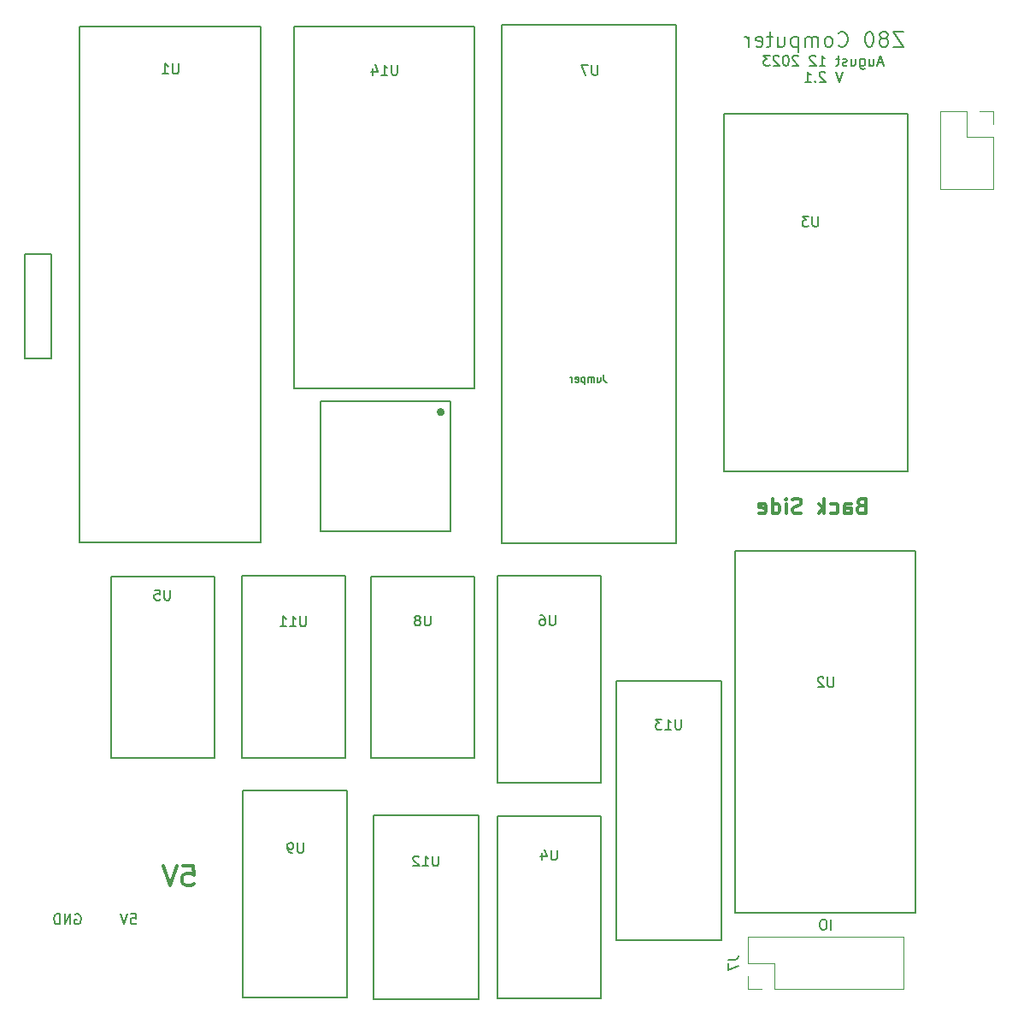
<source format=gbo>
G04 #@! TF.GenerationSoftware,KiCad,Pcbnew,7.0.5*
G04 #@! TF.CreationDate,2023-12-17T10:26:09+13:00*
G04 #@! TF.ProjectId,main_board,6d61696e-5f62-46f6-9172-642e6b696361,2*
G04 #@! TF.SameCoordinates,Original*
G04 #@! TF.FileFunction,Legend,Bot*
G04 #@! TF.FilePolarity,Positive*
%FSLAX46Y46*%
G04 Gerber Fmt 4.6, Leading zero omitted, Abs format (unit mm)*
G04 Created by KiCad (PCBNEW 7.0.5) date 2023-12-17 10:26:09*
%MOMM*%
%LPD*%
G01*
G04 APERTURE LIST*
G04 Aperture macros list*
%AMRotRect*
0 Rectangle, with rotation*
0 The origin of the aperture is its center*
0 $1 length*
0 $2 width*
0 $3 Rotation angle, in degrees counterclockwise*
0 Add horizontal line*
21,1,$1,$2,0,0,$3*%
G04 Aperture macros list end*
%ADD10C,0.150000*%
%ADD11C,0.384004*%
%ADD12C,0.200000*%
%ADD13C,0.300000*%
%ADD14C,0.120000*%
%ADD15R,1.700000X1.700000*%
%ADD16O,1.700000X1.700000*%
%ADD17C,1.600000*%
%ADD18C,1.400000*%
%ADD19O,1.400000X1.400000*%
%ADD20C,3.200000*%
%ADD21R,1.600000X1.600000*%
%ADD22O,1.600000X1.600000*%
%ADD23R,2.000000X1.440000*%
%ADD24O,2.000000X1.440000*%
%ADD25RotRect,1.300000X1.300000X45.000000*%
%ADD26C,1.300000*%
%ADD27R,1.800000X1.800000*%
%ADD28C,1.800000*%
%ADD29C,1.700000*%
%ADD30C,2.000000*%
%ADD31O,2.500000X5.000000*%
%ADD32O,2.250000X4.500000*%
G04 APERTURE END LIST*
D10*
X135940800Y-47548800D02*
X153212800Y-47548800D01*
X153212800Y-98856800D01*
X135940800Y-98856800D01*
X135940800Y-47548800D01*
X110175200Y-102118000D02*
X120436800Y-102118000D01*
X120436800Y-120152000D01*
X110175200Y-120152000D01*
X110175200Y-102118000D01*
X110303000Y-123314000D02*
X120564600Y-123314000D01*
X120564600Y-143837200D01*
X110303000Y-143837200D01*
X110303000Y-123314000D01*
D11*
X130062202Y-85877400D02*
G75*
G03*
X130062202Y-85877400I-192002J0D01*
G01*
D10*
X122936000Y-102140400D02*
X133197600Y-102140400D01*
X133197600Y-120123600D01*
X122936000Y-120123600D01*
X122936000Y-102140400D01*
X157667000Y-112520000D02*
X157667000Y-138174000D01*
X147253000Y-112520000D02*
X157667000Y-112520000D01*
X94132400Y-47752000D02*
X112014000Y-47752000D01*
X112014000Y-98755200D01*
X94132400Y-98755200D01*
X94132400Y-47752000D01*
X88696800Y-70270400D02*
X91338400Y-70270400D01*
X91338400Y-80532000D01*
X88696800Y-80532000D01*
X88696800Y-70270400D01*
X157667000Y-138174000D02*
X147253000Y-138174000D01*
X117932200Y-84785200D02*
X130835400Y-84785200D01*
X130835400Y-97688400D01*
X117932200Y-97688400D01*
X117932200Y-84785200D01*
X115316000Y-47752000D02*
X133197600Y-47752000D01*
X133197600Y-83515200D01*
X115316000Y-83515200D01*
X115316000Y-47752000D01*
X147253000Y-138174000D02*
X147253000Y-112520000D01*
X97231200Y-102158800D02*
X107492800Y-102158800D01*
X107492800Y-120142000D01*
X97231200Y-120142000D01*
X97231200Y-102158800D01*
X123211000Y-125792000D02*
X133625000Y-125792000D01*
X133625000Y-143953000D01*
X123211000Y-143953000D01*
X123211000Y-125792000D01*
X135509000Y-102062200D02*
X145770600Y-102062200D01*
X145770600Y-122585400D01*
X135509000Y-122585400D01*
X135509000Y-102062200D01*
X135467400Y-125900800D02*
X145729000Y-125900800D01*
X145729000Y-143884000D01*
X135467400Y-143884000D01*
X135467400Y-125900800D01*
X157937200Y-56388000D02*
X176174400Y-56388000D01*
X176174400Y-91744800D01*
X157937200Y-91744800D01*
X157937200Y-56388000D01*
X159054800Y-99618800D02*
X176936400Y-99618800D01*
X176936400Y-135432800D01*
X159054800Y-135432800D01*
X159054800Y-99618800D01*
X116271904Y-128509219D02*
X116271904Y-129318742D01*
X116271904Y-129318742D02*
X116224285Y-129413980D01*
X116224285Y-129413980D02*
X116176666Y-129461600D01*
X116176666Y-129461600D02*
X116081428Y-129509219D01*
X116081428Y-129509219D02*
X115890952Y-129509219D01*
X115890952Y-129509219D02*
X115795714Y-129461600D01*
X115795714Y-129461600D02*
X115748095Y-129413980D01*
X115748095Y-129413980D02*
X115700476Y-129318742D01*
X115700476Y-129318742D02*
X115700476Y-128509219D01*
X115176666Y-129509219D02*
X114986190Y-129509219D01*
X114986190Y-129509219D02*
X114890952Y-129461600D01*
X114890952Y-129461600D02*
X114843333Y-129413980D01*
X114843333Y-129413980D02*
X114748095Y-129271123D01*
X114748095Y-129271123D02*
X114700476Y-129080647D01*
X114700476Y-129080647D02*
X114700476Y-128699695D01*
X114700476Y-128699695D02*
X114748095Y-128604457D01*
X114748095Y-128604457D02*
X114795714Y-128556838D01*
X114795714Y-128556838D02*
X114890952Y-128509219D01*
X114890952Y-128509219D02*
X115081428Y-128509219D01*
X115081428Y-128509219D02*
X115176666Y-128556838D01*
X115176666Y-128556838D02*
X115224285Y-128604457D01*
X115224285Y-128604457D02*
X115271904Y-128699695D01*
X115271904Y-128699695D02*
X115271904Y-128937790D01*
X115271904Y-128937790D02*
X115224285Y-129033028D01*
X115224285Y-129033028D02*
X115176666Y-129080647D01*
X115176666Y-129080647D02*
X115081428Y-129128266D01*
X115081428Y-129128266D02*
X114890952Y-129128266D01*
X114890952Y-129128266D02*
X114795714Y-129080647D01*
X114795714Y-129080647D02*
X114748095Y-129033028D01*
X114748095Y-129033028D02*
X114700476Y-128937790D01*
X93661904Y-135602438D02*
X93757142Y-135554819D01*
X93757142Y-135554819D02*
X93899999Y-135554819D01*
X93899999Y-135554819D02*
X94042856Y-135602438D01*
X94042856Y-135602438D02*
X94138094Y-135697676D01*
X94138094Y-135697676D02*
X94185713Y-135792914D01*
X94185713Y-135792914D02*
X94233332Y-135983390D01*
X94233332Y-135983390D02*
X94233332Y-136126247D01*
X94233332Y-136126247D02*
X94185713Y-136316723D01*
X94185713Y-136316723D02*
X94138094Y-136411961D01*
X94138094Y-136411961D02*
X94042856Y-136507200D01*
X94042856Y-136507200D02*
X93899999Y-136554819D01*
X93899999Y-136554819D02*
X93804761Y-136554819D01*
X93804761Y-136554819D02*
X93661904Y-136507200D01*
X93661904Y-136507200D02*
X93614285Y-136459580D01*
X93614285Y-136459580D02*
X93614285Y-136126247D01*
X93614285Y-136126247D02*
X93804761Y-136126247D01*
X93185713Y-136554819D02*
X93185713Y-135554819D01*
X93185713Y-135554819D02*
X92614285Y-136554819D01*
X92614285Y-136554819D02*
X92614285Y-135554819D01*
X92138094Y-136554819D02*
X92138094Y-135554819D01*
X92138094Y-135554819D02*
X91899999Y-135554819D01*
X91899999Y-135554819D02*
X91757142Y-135602438D01*
X91757142Y-135602438D02*
X91661904Y-135697676D01*
X91661904Y-135697676D02*
X91614285Y-135792914D01*
X91614285Y-135792914D02*
X91566666Y-135983390D01*
X91566666Y-135983390D02*
X91566666Y-136126247D01*
X91566666Y-136126247D02*
X91614285Y-136316723D01*
X91614285Y-136316723D02*
X91661904Y-136411961D01*
X91661904Y-136411961D02*
X91757142Y-136507200D01*
X91757142Y-136507200D02*
X91899999Y-136554819D01*
X91899999Y-136554819D02*
X92138094Y-136554819D01*
X173671762Y-51307104D02*
X173195572Y-51307104D01*
X173767000Y-51592819D02*
X173433667Y-50592819D01*
X173433667Y-50592819D02*
X173100334Y-51592819D01*
X172338429Y-50926152D02*
X172338429Y-51592819D01*
X172767000Y-50926152D02*
X172767000Y-51449961D01*
X172767000Y-51449961D02*
X172719381Y-51545200D01*
X172719381Y-51545200D02*
X172624143Y-51592819D01*
X172624143Y-51592819D02*
X172481286Y-51592819D01*
X172481286Y-51592819D02*
X172386048Y-51545200D01*
X172386048Y-51545200D02*
X172338429Y-51497580D01*
X171433667Y-50926152D02*
X171433667Y-51735676D01*
X171433667Y-51735676D02*
X171481286Y-51830914D01*
X171481286Y-51830914D02*
X171528905Y-51878533D01*
X171528905Y-51878533D02*
X171624143Y-51926152D01*
X171624143Y-51926152D02*
X171767000Y-51926152D01*
X171767000Y-51926152D02*
X171862238Y-51878533D01*
X171433667Y-51545200D02*
X171528905Y-51592819D01*
X171528905Y-51592819D02*
X171719381Y-51592819D01*
X171719381Y-51592819D02*
X171814619Y-51545200D01*
X171814619Y-51545200D02*
X171862238Y-51497580D01*
X171862238Y-51497580D02*
X171909857Y-51402342D01*
X171909857Y-51402342D02*
X171909857Y-51116628D01*
X171909857Y-51116628D02*
X171862238Y-51021390D01*
X171862238Y-51021390D02*
X171814619Y-50973771D01*
X171814619Y-50973771D02*
X171719381Y-50926152D01*
X171719381Y-50926152D02*
X171528905Y-50926152D01*
X171528905Y-50926152D02*
X171433667Y-50973771D01*
X170528905Y-50926152D02*
X170528905Y-51592819D01*
X170957476Y-50926152D02*
X170957476Y-51449961D01*
X170957476Y-51449961D02*
X170909857Y-51545200D01*
X170909857Y-51545200D02*
X170814619Y-51592819D01*
X170814619Y-51592819D02*
X170671762Y-51592819D01*
X170671762Y-51592819D02*
X170576524Y-51545200D01*
X170576524Y-51545200D02*
X170528905Y-51497580D01*
X170100333Y-51545200D02*
X170005095Y-51592819D01*
X170005095Y-51592819D02*
X169814619Y-51592819D01*
X169814619Y-51592819D02*
X169719381Y-51545200D01*
X169719381Y-51545200D02*
X169671762Y-51449961D01*
X169671762Y-51449961D02*
X169671762Y-51402342D01*
X169671762Y-51402342D02*
X169719381Y-51307104D01*
X169719381Y-51307104D02*
X169814619Y-51259485D01*
X169814619Y-51259485D02*
X169957476Y-51259485D01*
X169957476Y-51259485D02*
X170052714Y-51211866D01*
X170052714Y-51211866D02*
X170100333Y-51116628D01*
X170100333Y-51116628D02*
X170100333Y-51069009D01*
X170100333Y-51069009D02*
X170052714Y-50973771D01*
X170052714Y-50973771D02*
X169957476Y-50926152D01*
X169957476Y-50926152D02*
X169814619Y-50926152D01*
X169814619Y-50926152D02*
X169719381Y-50973771D01*
X169386047Y-50926152D02*
X169005095Y-50926152D01*
X169243190Y-50592819D02*
X169243190Y-51449961D01*
X169243190Y-51449961D02*
X169195571Y-51545200D01*
X169195571Y-51545200D02*
X169100333Y-51592819D01*
X169100333Y-51592819D02*
X169005095Y-51592819D01*
X167386047Y-51592819D02*
X167957475Y-51592819D01*
X167671761Y-51592819D02*
X167671761Y-50592819D01*
X167671761Y-50592819D02*
X167766999Y-50735676D01*
X167766999Y-50735676D02*
X167862237Y-50830914D01*
X167862237Y-50830914D02*
X167957475Y-50878533D01*
X167005094Y-50688057D02*
X166957475Y-50640438D01*
X166957475Y-50640438D02*
X166862237Y-50592819D01*
X166862237Y-50592819D02*
X166624142Y-50592819D01*
X166624142Y-50592819D02*
X166528904Y-50640438D01*
X166528904Y-50640438D02*
X166481285Y-50688057D01*
X166481285Y-50688057D02*
X166433666Y-50783295D01*
X166433666Y-50783295D02*
X166433666Y-50878533D01*
X166433666Y-50878533D02*
X166481285Y-51021390D01*
X166481285Y-51021390D02*
X167052713Y-51592819D01*
X167052713Y-51592819D02*
X166433666Y-51592819D01*
X165290808Y-50688057D02*
X165243189Y-50640438D01*
X165243189Y-50640438D02*
X165147951Y-50592819D01*
X165147951Y-50592819D02*
X164909856Y-50592819D01*
X164909856Y-50592819D02*
X164814618Y-50640438D01*
X164814618Y-50640438D02*
X164766999Y-50688057D01*
X164766999Y-50688057D02*
X164719380Y-50783295D01*
X164719380Y-50783295D02*
X164719380Y-50878533D01*
X164719380Y-50878533D02*
X164766999Y-51021390D01*
X164766999Y-51021390D02*
X165338427Y-51592819D01*
X165338427Y-51592819D02*
X164719380Y-51592819D01*
X164100332Y-50592819D02*
X164005094Y-50592819D01*
X164005094Y-50592819D02*
X163909856Y-50640438D01*
X163909856Y-50640438D02*
X163862237Y-50688057D01*
X163862237Y-50688057D02*
X163814618Y-50783295D01*
X163814618Y-50783295D02*
X163766999Y-50973771D01*
X163766999Y-50973771D02*
X163766999Y-51211866D01*
X163766999Y-51211866D02*
X163814618Y-51402342D01*
X163814618Y-51402342D02*
X163862237Y-51497580D01*
X163862237Y-51497580D02*
X163909856Y-51545200D01*
X163909856Y-51545200D02*
X164005094Y-51592819D01*
X164005094Y-51592819D02*
X164100332Y-51592819D01*
X164100332Y-51592819D02*
X164195570Y-51545200D01*
X164195570Y-51545200D02*
X164243189Y-51497580D01*
X164243189Y-51497580D02*
X164290808Y-51402342D01*
X164290808Y-51402342D02*
X164338427Y-51211866D01*
X164338427Y-51211866D02*
X164338427Y-50973771D01*
X164338427Y-50973771D02*
X164290808Y-50783295D01*
X164290808Y-50783295D02*
X164243189Y-50688057D01*
X164243189Y-50688057D02*
X164195570Y-50640438D01*
X164195570Y-50640438D02*
X164100332Y-50592819D01*
X163386046Y-50688057D02*
X163338427Y-50640438D01*
X163338427Y-50640438D02*
X163243189Y-50592819D01*
X163243189Y-50592819D02*
X163005094Y-50592819D01*
X163005094Y-50592819D02*
X162909856Y-50640438D01*
X162909856Y-50640438D02*
X162862237Y-50688057D01*
X162862237Y-50688057D02*
X162814618Y-50783295D01*
X162814618Y-50783295D02*
X162814618Y-50878533D01*
X162814618Y-50878533D02*
X162862237Y-51021390D01*
X162862237Y-51021390D02*
X163433665Y-51592819D01*
X163433665Y-51592819D02*
X162814618Y-51592819D01*
X162481284Y-50592819D02*
X161862237Y-50592819D01*
X161862237Y-50592819D02*
X162195570Y-50973771D01*
X162195570Y-50973771D02*
X162052713Y-50973771D01*
X162052713Y-50973771D02*
X161957475Y-51021390D01*
X161957475Y-51021390D02*
X161909856Y-51069009D01*
X161909856Y-51069009D02*
X161862237Y-51164247D01*
X161862237Y-51164247D02*
X161862237Y-51402342D01*
X161862237Y-51402342D02*
X161909856Y-51497580D01*
X161909856Y-51497580D02*
X161957475Y-51545200D01*
X161957475Y-51545200D02*
X162052713Y-51592819D01*
X162052713Y-51592819D02*
X162338427Y-51592819D01*
X162338427Y-51592819D02*
X162433665Y-51545200D01*
X162433665Y-51545200D02*
X162481284Y-51497580D01*
X169671761Y-52202819D02*
X169338428Y-53202819D01*
X169338428Y-53202819D02*
X169005095Y-52202819D01*
X167957475Y-52298057D02*
X167909856Y-52250438D01*
X167909856Y-52250438D02*
X167814618Y-52202819D01*
X167814618Y-52202819D02*
X167576523Y-52202819D01*
X167576523Y-52202819D02*
X167481285Y-52250438D01*
X167481285Y-52250438D02*
X167433666Y-52298057D01*
X167433666Y-52298057D02*
X167386047Y-52393295D01*
X167386047Y-52393295D02*
X167386047Y-52488533D01*
X167386047Y-52488533D02*
X167433666Y-52631390D01*
X167433666Y-52631390D02*
X168005094Y-53202819D01*
X168005094Y-53202819D02*
X167386047Y-53202819D01*
X166957475Y-53107580D02*
X166909856Y-53155200D01*
X166909856Y-53155200D02*
X166957475Y-53202819D01*
X166957475Y-53202819D02*
X167005094Y-53155200D01*
X167005094Y-53155200D02*
X166957475Y-53107580D01*
X166957475Y-53107580D02*
X166957475Y-53202819D01*
X165957476Y-53202819D02*
X166528904Y-53202819D01*
X166243190Y-53202819D02*
X166243190Y-52202819D01*
X166243190Y-52202819D02*
X166338428Y-52345676D01*
X166338428Y-52345676D02*
X166433666Y-52440914D01*
X166433666Y-52440914D02*
X166528904Y-52488533D01*
X141385504Y-129216419D02*
X141385504Y-130025942D01*
X141385504Y-130025942D02*
X141337885Y-130121180D01*
X141337885Y-130121180D02*
X141290266Y-130168800D01*
X141290266Y-130168800D02*
X141195028Y-130216419D01*
X141195028Y-130216419D02*
X141004552Y-130216419D01*
X141004552Y-130216419D02*
X140909314Y-130168800D01*
X140909314Y-130168800D02*
X140861695Y-130121180D01*
X140861695Y-130121180D02*
X140814076Y-130025942D01*
X140814076Y-130025942D02*
X140814076Y-129216419D01*
X139909314Y-129549752D02*
X139909314Y-130216419D01*
X140147409Y-129168800D02*
X140385504Y-129883085D01*
X140385504Y-129883085D02*
X139766457Y-129883085D01*
X103885904Y-51397819D02*
X103885904Y-52207342D01*
X103885904Y-52207342D02*
X103838285Y-52302580D01*
X103838285Y-52302580D02*
X103790666Y-52350200D01*
X103790666Y-52350200D02*
X103695428Y-52397819D01*
X103695428Y-52397819D02*
X103504952Y-52397819D01*
X103504952Y-52397819D02*
X103409714Y-52350200D01*
X103409714Y-52350200D02*
X103362095Y-52302580D01*
X103362095Y-52302580D02*
X103314476Y-52207342D01*
X103314476Y-52207342D02*
X103314476Y-51397819D01*
X102314476Y-52397819D02*
X102885904Y-52397819D01*
X102600190Y-52397819D02*
X102600190Y-51397819D01*
X102600190Y-51397819D02*
X102695428Y-51540676D01*
X102695428Y-51540676D02*
X102790666Y-51635914D01*
X102790666Y-51635914D02*
X102885904Y-51683533D01*
X167258904Y-66510819D02*
X167258904Y-67320342D01*
X167258904Y-67320342D02*
X167211285Y-67415580D01*
X167211285Y-67415580D02*
X167163666Y-67463200D01*
X167163666Y-67463200D02*
X167068428Y-67510819D01*
X167068428Y-67510819D02*
X166877952Y-67510819D01*
X166877952Y-67510819D02*
X166782714Y-67463200D01*
X166782714Y-67463200D02*
X166735095Y-67415580D01*
X166735095Y-67415580D02*
X166687476Y-67320342D01*
X166687476Y-67320342D02*
X166687476Y-66510819D01*
X166306523Y-66510819D02*
X165687476Y-66510819D01*
X165687476Y-66510819D02*
X166020809Y-66891771D01*
X166020809Y-66891771D02*
X165877952Y-66891771D01*
X165877952Y-66891771D02*
X165782714Y-66939390D01*
X165782714Y-66939390D02*
X165735095Y-66987009D01*
X165735095Y-66987009D02*
X165687476Y-67082247D01*
X165687476Y-67082247D02*
X165687476Y-67320342D01*
X165687476Y-67320342D02*
X165735095Y-67415580D01*
X165735095Y-67415580D02*
X165782714Y-67463200D01*
X165782714Y-67463200D02*
X165877952Y-67510819D01*
X165877952Y-67510819D02*
X166163666Y-67510819D01*
X166163666Y-67510819D02*
X166258904Y-67463200D01*
X166258904Y-67463200D02*
X166306523Y-67415580D01*
X128854104Y-106014819D02*
X128854104Y-106824342D01*
X128854104Y-106824342D02*
X128806485Y-106919580D01*
X128806485Y-106919580D02*
X128758866Y-106967200D01*
X128758866Y-106967200D02*
X128663628Y-107014819D01*
X128663628Y-107014819D02*
X128473152Y-107014819D01*
X128473152Y-107014819D02*
X128377914Y-106967200D01*
X128377914Y-106967200D02*
X128330295Y-106919580D01*
X128330295Y-106919580D02*
X128282676Y-106824342D01*
X128282676Y-106824342D02*
X128282676Y-106014819D01*
X127663628Y-106443390D02*
X127758866Y-106395771D01*
X127758866Y-106395771D02*
X127806485Y-106348152D01*
X127806485Y-106348152D02*
X127854104Y-106252914D01*
X127854104Y-106252914D02*
X127854104Y-106205295D01*
X127854104Y-106205295D02*
X127806485Y-106110057D01*
X127806485Y-106110057D02*
X127758866Y-106062438D01*
X127758866Y-106062438D02*
X127663628Y-106014819D01*
X127663628Y-106014819D02*
X127473152Y-106014819D01*
X127473152Y-106014819D02*
X127377914Y-106062438D01*
X127377914Y-106062438D02*
X127330295Y-106110057D01*
X127330295Y-106110057D02*
X127282676Y-106205295D01*
X127282676Y-106205295D02*
X127282676Y-106252914D01*
X127282676Y-106252914D02*
X127330295Y-106348152D01*
X127330295Y-106348152D02*
X127377914Y-106395771D01*
X127377914Y-106395771D02*
X127473152Y-106443390D01*
X127473152Y-106443390D02*
X127663628Y-106443390D01*
X127663628Y-106443390D02*
X127758866Y-106491009D01*
X127758866Y-106491009D02*
X127806485Y-106538628D01*
X127806485Y-106538628D02*
X127854104Y-106633866D01*
X127854104Y-106633866D02*
X127854104Y-106824342D01*
X127854104Y-106824342D02*
X127806485Y-106919580D01*
X127806485Y-106919580D02*
X127758866Y-106967200D01*
X127758866Y-106967200D02*
X127663628Y-107014819D01*
X127663628Y-107014819D02*
X127473152Y-107014819D01*
X127473152Y-107014819D02*
X127377914Y-106967200D01*
X127377914Y-106967200D02*
X127330295Y-106919580D01*
X127330295Y-106919580D02*
X127282676Y-106824342D01*
X127282676Y-106824342D02*
X127282676Y-106633866D01*
X127282676Y-106633866D02*
X127330295Y-106538628D01*
X127330295Y-106538628D02*
X127377914Y-106491009D01*
X127377914Y-106491009D02*
X127473152Y-106443390D01*
X145414904Y-51524819D02*
X145414904Y-52334342D01*
X145414904Y-52334342D02*
X145367285Y-52429580D01*
X145367285Y-52429580D02*
X145319666Y-52477200D01*
X145319666Y-52477200D02*
X145224428Y-52524819D01*
X145224428Y-52524819D02*
X145033952Y-52524819D01*
X145033952Y-52524819D02*
X144938714Y-52477200D01*
X144938714Y-52477200D02*
X144891095Y-52429580D01*
X144891095Y-52429580D02*
X144843476Y-52334342D01*
X144843476Y-52334342D02*
X144843476Y-51524819D01*
X144462523Y-51524819D02*
X143795857Y-51524819D01*
X143795857Y-51524819D02*
X144224428Y-52524819D01*
D12*
X175688427Y-48226528D02*
X174688427Y-48226528D01*
X174688427Y-48226528D02*
X175688427Y-49726528D01*
X175688427Y-49726528D02*
X174688427Y-49726528D01*
X173902713Y-48869385D02*
X174045570Y-48797957D01*
X174045570Y-48797957D02*
X174116999Y-48726528D01*
X174116999Y-48726528D02*
X174188427Y-48583671D01*
X174188427Y-48583671D02*
X174188427Y-48512242D01*
X174188427Y-48512242D02*
X174116999Y-48369385D01*
X174116999Y-48369385D02*
X174045570Y-48297957D01*
X174045570Y-48297957D02*
X173902713Y-48226528D01*
X173902713Y-48226528D02*
X173616999Y-48226528D01*
X173616999Y-48226528D02*
X173474142Y-48297957D01*
X173474142Y-48297957D02*
X173402713Y-48369385D01*
X173402713Y-48369385D02*
X173331284Y-48512242D01*
X173331284Y-48512242D02*
X173331284Y-48583671D01*
X173331284Y-48583671D02*
X173402713Y-48726528D01*
X173402713Y-48726528D02*
X173474142Y-48797957D01*
X173474142Y-48797957D02*
X173616999Y-48869385D01*
X173616999Y-48869385D02*
X173902713Y-48869385D01*
X173902713Y-48869385D02*
X174045570Y-48940814D01*
X174045570Y-48940814D02*
X174116999Y-49012242D01*
X174116999Y-49012242D02*
X174188427Y-49155100D01*
X174188427Y-49155100D02*
X174188427Y-49440814D01*
X174188427Y-49440814D02*
X174116999Y-49583671D01*
X174116999Y-49583671D02*
X174045570Y-49655100D01*
X174045570Y-49655100D02*
X173902713Y-49726528D01*
X173902713Y-49726528D02*
X173616999Y-49726528D01*
X173616999Y-49726528D02*
X173474142Y-49655100D01*
X173474142Y-49655100D02*
X173402713Y-49583671D01*
X173402713Y-49583671D02*
X173331284Y-49440814D01*
X173331284Y-49440814D02*
X173331284Y-49155100D01*
X173331284Y-49155100D02*
X173402713Y-49012242D01*
X173402713Y-49012242D02*
X173474142Y-48940814D01*
X173474142Y-48940814D02*
X173616999Y-48869385D01*
X172402713Y-48226528D02*
X172259856Y-48226528D01*
X172259856Y-48226528D02*
X172116999Y-48297957D01*
X172116999Y-48297957D02*
X172045571Y-48369385D01*
X172045571Y-48369385D02*
X171974142Y-48512242D01*
X171974142Y-48512242D02*
X171902713Y-48797957D01*
X171902713Y-48797957D02*
X171902713Y-49155100D01*
X171902713Y-49155100D02*
X171974142Y-49440814D01*
X171974142Y-49440814D02*
X172045571Y-49583671D01*
X172045571Y-49583671D02*
X172116999Y-49655100D01*
X172116999Y-49655100D02*
X172259856Y-49726528D01*
X172259856Y-49726528D02*
X172402713Y-49726528D01*
X172402713Y-49726528D02*
X172545571Y-49655100D01*
X172545571Y-49655100D02*
X172616999Y-49583671D01*
X172616999Y-49583671D02*
X172688428Y-49440814D01*
X172688428Y-49440814D02*
X172759856Y-49155100D01*
X172759856Y-49155100D02*
X172759856Y-48797957D01*
X172759856Y-48797957D02*
X172688428Y-48512242D01*
X172688428Y-48512242D02*
X172616999Y-48369385D01*
X172616999Y-48369385D02*
X172545571Y-48297957D01*
X172545571Y-48297957D02*
X172402713Y-48226528D01*
X169259857Y-49583671D02*
X169331285Y-49655100D01*
X169331285Y-49655100D02*
X169545571Y-49726528D01*
X169545571Y-49726528D02*
X169688428Y-49726528D01*
X169688428Y-49726528D02*
X169902714Y-49655100D01*
X169902714Y-49655100D02*
X170045571Y-49512242D01*
X170045571Y-49512242D02*
X170117000Y-49369385D01*
X170117000Y-49369385D02*
X170188428Y-49083671D01*
X170188428Y-49083671D02*
X170188428Y-48869385D01*
X170188428Y-48869385D02*
X170117000Y-48583671D01*
X170117000Y-48583671D02*
X170045571Y-48440814D01*
X170045571Y-48440814D02*
X169902714Y-48297957D01*
X169902714Y-48297957D02*
X169688428Y-48226528D01*
X169688428Y-48226528D02*
X169545571Y-48226528D01*
X169545571Y-48226528D02*
X169331285Y-48297957D01*
X169331285Y-48297957D02*
X169259857Y-48369385D01*
X168402714Y-49726528D02*
X168545571Y-49655100D01*
X168545571Y-49655100D02*
X168617000Y-49583671D01*
X168617000Y-49583671D02*
X168688428Y-49440814D01*
X168688428Y-49440814D02*
X168688428Y-49012242D01*
X168688428Y-49012242D02*
X168617000Y-48869385D01*
X168617000Y-48869385D02*
X168545571Y-48797957D01*
X168545571Y-48797957D02*
X168402714Y-48726528D01*
X168402714Y-48726528D02*
X168188428Y-48726528D01*
X168188428Y-48726528D02*
X168045571Y-48797957D01*
X168045571Y-48797957D02*
X167974143Y-48869385D01*
X167974143Y-48869385D02*
X167902714Y-49012242D01*
X167902714Y-49012242D02*
X167902714Y-49440814D01*
X167902714Y-49440814D02*
X167974143Y-49583671D01*
X167974143Y-49583671D02*
X168045571Y-49655100D01*
X168045571Y-49655100D02*
X168188428Y-49726528D01*
X168188428Y-49726528D02*
X168402714Y-49726528D01*
X167259857Y-49726528D02*
X167259857Y-48726528D01*
X167259857Y-48869385D02*
X167188428Y-48797957D01*
X167188428Y-48797957D02*
X167045571Y-48726528D01*
X167045571Y-48726528D02*
X166831285Y-48726528D01*
X166831285Y-48726528D02*
X166688428Y-48797957D01*
X166688428Y-48797957D02*
X166617000Y-48940814D01*
X166617000Y-48940814D02*
X166617000Y-49726528D01*
X166617000Y-48940814D02*
X166545571Y-48797957D01*
X166545571Y-48797957D02*
X166402714Y-48726528D01*
X166402714Y-48726528D02*
X166188428Y-48726528D01*
X166188428Y-48726528D02*
X166045571Y-48797957D01*
X166045571Y-48797957D02*
X165974142Y-48940814D01*
X165974142Y-48940814D02*
X165974142Y-49726528D01*
X165259857Y-48726528D02*
X165259857Y-50226528D01*
X165259857Y-48797957D02*
X165117000Y-48726528D01*
X165117000Y-48726528D02*
X164831285Y-48726528D01*
X164831285Y-48726528D02*
X164688428Y-48797957D01*
X164688428Y-48797957D02*
X164617000Y-48869385D01*
X164617000Y-48869385D02*
X164545571Y-49012242D01*
X164545571Y-49012242D02*
X164545571Y-49440814D01*
X164545571Y-49440814D02*
X164617000Y-49583671D01*
X164617000Y-49583671D02*
X164688428Y-49655100D01*
X164688428Y-49655100D02*
X164831285Y-49726528D01*
X164831285Y-49726528D02*
X165117000Y-49726528D01*
X165117000Y-49726528D02*
X165259857Y-49655100D01*
X163259857Y-48726528D02*
X163259857Y-49726528D01*
X163902714Y-48726528D02*
X163902714Y-49512242D01*
X163902714Y-49512242D02*
X163831285Y-49655100D01*
X163831285Y-49655100D02*
X163688428Y-49726528D01*
X163688428Y-49726528D02*
X163474142Y-49726528D01*
X163474142Y-49726528D02*
X163331285Y-49655100D01*
X163331285Y-49655100D02*
X163259857Y-49583671D01*
X162759856Y-48726528D02*
X162188428Y-48726528D01*
X162545571Y-48226528D02*
X162545571Y-49512242D01*
X162545571Y-49512242D02*
X162474142Y-49655100D01*
X162474142Y-49655100D02*
X162331285Y-49726528D01*
X162331285Y-49726528D02*
X162188428Y-49726528D01*
X161116999Y-49655100D02*
X161259856Y-49726528D01*
X161259856Y-49726528D02*
X161545571Y-49726528D01*
X161545571Y-49726528D02*
X161688428Y-49655100D01*
X161688428Y-49655100D02*
X161759856Y-49512242D01*
X161759856Y-49512242D02*
X161759856Y-48940814D01*
X161759856Y-48940814D02*
X161688428Y-48797957D01*
X161688428Y-48797957D02*
X161545571Y-48726528D01*
X161545571Y-48726528D02*
X161259856Y-48726528D01*
X161259856Y-48726528D02*
X161116999Y-48797957D01*
X161116999Y-48797957D02*
X161045571Y-48940814D01*
X161045571Y-48940814D02*
X161045571Y-49083671D01*
X161045571Y-49083671D02*
X161759856Y-49226528D01*
X160402714Y-49726528D02*
X160402714Y-48726528D01*
X160402714Y-49012242D02*
X160331285Y-48869385D01*
X160331285Y-48869385D02*
X160259857Y-48797957D01*
X160259857Y-48797957D02*
X160116999Y-48726528D01*
X160116999Y-48726528D02*
X159974142Y-48726528D01*
D10*
X116518694Y-106094019D02*
X116518694Y-106903542D01*
X116518694Y-106903542D02*
X116471075Y-106998780D01*
X116471075Y-106998780D02*
X116423456Y-107046400D01*
X116423456Y-107046400D02*
X116328218Y-107094019D01*
X116328218Y-107094019D02*
X116137742Y-107094019D01*
X116137742Y-107094019D02*
X116042504Y-107046400D01*
X116042504Y-107046400D02*
X115994885Y-106998780D01*
X115994885Y-106998780D02*
X115947266Y-106903542D01*
X115947266Y-106903542D02*
X115947266Y-106094019D01*
X114947266Y-107094019D02*
X115518694Y-107094019D01*
X115232980Y-107094019D02*
X115232980Y-106094019D01*
X115232980Y-106094019D02*
X115328218Y-106236876D01*
X115328218Y-106236876D02*
X115423456Y-106332114D01*
X115423456Y-106332114D02*
X115518694Y-106379733D01*
X113994885Y-107094019D02*
X114566313Y-107094019D01*
X114280599Y-107094019D02*
X114280599Y-106094019D01*
X114280599Y-106094019D02*
X114375837Y-106236876D01*
X114375837Y-106236876D02*
X114471075Y-106332114D01*
X114471075Y-106332114D02*
X114566313Y-106379733D01*
X125571094Y-51524819D02*
X125571094Y-52334342D01*
X125571094Y-52334342D02*
X125523475Y-52429580D01*
X125523475Y-52429580D02*
X125475856Y-52477200D01*
X125475856Y-52477200D02*
X125380618Y-52524819D01*
X125380618Y-52524819D02*
X125190142Y-52524819D01*
X125190142Y-52524819D02*
X125094904Y-52477200D01*
X125094904Y-52477200D02*
X125047285Y-52429580D01*
X125047285Y-52429580D02*
X124999666Y-52334342D01*
X124999666Y-52334342D02*
X124999666Y-51524819D01*
X123999666Y-52524819D02*
X124571094Y-52524819D01*
X124285380Y-52524819D02*
X124285380Y-51524819D01*
X124285380Y-51524819D02*
X124380618Y-51667676D01*
X124380618Y-51667676D02*
X124475856Y-51762914D01*
X124475856Y-51762914D02*
X124571094Y-51810533D01*
X123142523Y-51858152D02*
X123142523Y-52524819D01*
X123380618Y-51477200D02*
X123618713Y-52191485D01*
X123618713Y-52191485D02*
X122999666Y-52191485D01*
X168782904Y-112103819D02*
X168782904Y-112913342D01*
X168782904Y-112913342D02*
X168735285Y-113008580D01*
X168735285Y-113008580D02*
X168687666Y-113056200D01*
X168687666Y-113056200D02*
X168592428Y-113103819D01*
X168592428Y-113103819D02*
X168401952Y-113103819D01*
X168401952Y-113103819D02*
X168306714Y-113056200D01*
X168306714Y-113056200D02*
X168259095Y-113008580D01*
X168259095Y-113008580D02*
X168211476Y-112913342D01*
X168211476Y-112913342D02*
X168211476Y-112103819D01*
X167782904Y-112199057D02*
X167735285Y-112151438D01*
X167735285Y-112151438D02*
X167640047Y-112103819D01*
X167640047Y-112103819D02*
X167401952Y-112103819D01*
X167401952Y-112103819D02*
X167306714Y-112151438D01*
X167306714Y-112151438D02*
X167259095Y-112199057D01*
X167259095Y-112199057D02*
X167211476Y-112294295D01*
X167211476Y-112294295D02*
X167211476Y-112389533D01*
X167211476Y-112389533D02*
X167259095Y-112532390D01*
X167259095Y-112532390D02*
X167830523Y-113103819D01*
X167830523Y-113103819D02*
X167211476Y-113103819D01*
X168544808Y-137106819D02*
X168544808Y-136106819D01*
X167878142Y-136106819D02*
X167687666Y-136106819D01*
X167687666Y-136106819D02*
X167592428Y-136154438D01*
X167592428Y-136154438D02*
X167497190Y-136249676D01*
X167497190Y-136249676D02*
X167449571Y-136440152D01*
X167449571Y-136440152D02*
X167449571Y-136773485D01*
X167449571Y-136773485D02*
X167497190Y-136963961D01*
X167497190Y-136963961D02*
X167592428Y-137059200D01*
X167592428Y-137059200D02*
X167687666Y-137106819D01*
X167687666Y-137106819D02*
X167878142Y-137106819D01*
X167878142Y-137106819D02*
X167973380Y-137059200D01*
X167973380Y-137059200D02*
X168068618Y-136963961D01*
X168068618Y-136963961D02*
X168116237Y-136773485D01*
X168116237Y-136773485D02*
X168116237Y-136440152D01*
X168116237Y-136440152D02*
X168068618Y-136249676D01*
X168068618Y-136249676D02*
X167973380Y-136154438D01*
X167973380Y-136154438D02*
X167878142Y-136106819D01*
X153698094Y-116292819D02*
X153698094Y-117102342D01*
X153698094Y-117102342D02*
X153650475Y-117197580D01*
X153650475Y-117197580D02*
X153602856Y-117245200D01*
X153602856Y-117245200D02*
X153507618Y-117292819D01*
X153507618Y-117292819D02*
X153317142Y-117292819D01*
X153317142Y-117292819D02*
X153221904Y-117245200D01*
X153221904Y-117245200D02*
X153174285Y-117197580D01*
X153174285Y-117197580D02*
X153126666Y-117102342D01*
X153126666Y-117102342D02*
X153126666Y-116292819D01*
X152126666Y-117292819D02*
X152698094Y-117292819D01*
X152412380Y-117292819D02*
X152412380Y-116292819D01*
X152412380Y-116292819D02*
X152507618Y-116435676D01*
X152507618Y-116435676D02*
X152602856Y-116530914D01*
X152602856Y-116530914D02*
X152698094Y-116578533D01*
X151793332Y-116292819D02*
X151174285Y-116292819D01*
X151174285Y-116292819D02*
X151507618Y-116673771D01*
X151507618Y-116673771D02*
X151364761Y-116673771D01*
X151364761Y-116673771D02*
X151269523Y-116721390D01*
X151269523Y-116721390D02*
X151221904Y-116769009D01*
X151221904Y-116769009D02*
X151174285Y-116864247D01*
X151174285Y-116864247D02*
X151174285Y-117102342D01*
X151174285Y-117102342D02*
X151221904Y-117197580D01*
X151221904Y-117197580D02*
X151269523Y-117245200D01*
X151269523Y-117245200D02*
X151364761Y-117292819D01*
X151364761Y-117292819D02*
X151650475Y-117292819D01*
X151650475Y-117292819D02*
X151745713Y-117245200D01*
X151745713Y-117245200D02*
X151793332Y-117197580D01*
X141223904Y-105987419D02*
X141223904Y-106796942D01*
X141223904Y-106796942D02*
X141176285Y-106892180D01*
X141176285Y-106892180D02*
X141128666Y-106939800D01*
X141128666Y-106939800D02*
X141033428Y-106987419D01*
X141033428Y-106987419D02*
X140842952Y-106987419D01*
X140842952Y-106987419D02*
X140747714Y-106939800D01*
X140747714Y-106939800D02*
X140700095Y-106892180D01*
X140700095Y-106892180D02*
X140652476Y-106796942D01*
X140652476Y-106796942D02*
X140652476Y-105987419D01*
X139747714Y-105987419D02*
X139938190Y-105987419D01*
X139938190Y-105987419D02*
X140033428Y-106035038D01*
X140033428Y-106035038D02*
X140081047Y-106082657D01*
X140081047Y-106082657D02*
X140176285Y-106225514D01*
X140176285Y-106225514D02*
X140223904Y-106415990D01*
X140223904Y-106415990D02*
X140223904Y-106796942D01*
X140223904Y-106796942D02*
X140176285Y-106892180D01*
X140176285Y-106892180D02*
X140128666Y-106939800D01*
X140128666Y-106939800D02*
X140033428Y-106987419D01*
X140033428Y-106987419D02*
X139842952Y-106987419D01*
X139842952Y-106987419D02*
X139747714Y-106939800D01*
X139747714Y-106939800D02*
X139700095Y-106892180D01*
X139700095Y-106892180D02*
X139652476Y-106796942D01*
X139652476Y-106796942D02*
X139652476Y-106558847D01*
X139652476Y-106558847D02*
X139700095Y-106463609D01*
X139700095Y-106463609D02*
X139747714Y-106415990D01*
X139747714Y-106415990D02*
X139842952Y-106368371D01*
X139842952Y-106368371D02*
X140033428Y-106368371D01*
X140033428Y-106368371D02*
X140128666Y-106415990D01*
X140128666Y-106415990D02*
X140176285Y-106463609D01*
X140176285Y-106463609D02*
X140223904Y-106558847D01*
X99190476Y-135554819D02*
X99666666Y-135554819D01*
X99666666Y-135554819D02*
X99714285Y-136031009D01*
X99714285Y-136031009D02*
X99666666Y-135983390D01*
X99666666Y-135983390D02*
X99571428Y-135935771D01*
X99571428Y-135935771D02*
X99333333Y-135935771D01*
X99333333Y-135935771D02*
X99238095Y-135983390D01*
X99238095Y-135983390D02*
X99190476Y-136031009D01*
X99190476Y-136031009D02*
X99142857Y-136126247D01*
X99142857Y-136126247D02*
X99142857Y-136364342D01*
X99142857Y-136364342D02*
X99190476Y-136459580D01*
X99190476Y-136459580D02*
X99238095Y-136507200D01*
X99238095Y-136507200D02*
X99333333Y-136554819D01*
X99333333Y-136554819D02*
X99571428Y-136554819D01*
X99571428Y-136554819D02*
X99666666Y-136507200D01*
X99666666Y-136507200D02*
X99714285Y-136459580D01*
X98857142Y-135554819D02*
X98523809Y-136554819D01*
X98523809Y-136554819D02*
X98190476Y-135554819D01*
X146034649Y-82206533D02*
X146034649Y-82706533D01*
X146034649Y-82706533D02*
X146067982Y-82806533D01*
X146067982Y-82806533D02*
X146134649Y-82873200D01*
X146134649Y-82873200D02*
X146234649Y-82906533D01*
X146234649Y-82906533D02*
X146301316Y-82906533D01*
X145401316Y-82439866D02*
X145401316Y-82906533D01*
X145701316Y-82439866D02*
X145701316Y-82806533D01*
X145701316Y-82806533D02*
X145667983Y-82873200D01*
X145667983Y-82873200D02*
X145601316Y-82906533D01*
X145601316Y-82906533D02*
X145501316Y-82906533D01*
X145501316Y-82906533D02*
X145434649Y-82873200D01*
X145434649Y-82873200D02*
X145401316Y-82839866D01*
X145067983Y-82906533D02*
X145067983Y-82439866D01*
X145067983Y-82506533D02*
X145034650Y-82473200D01*
X145034650Y-82473200D02*
X144967983Y-82439866D01*
X144967983Y-82439866D02*
X144867983Y-82439866D01*
X144867983Y-82439866D02*
X144801316Y-82473200D01*
X144801316Y-82473200D02*
X144767983Y-82539866D01*
X144767983Y-82539866D02*
X144767983Y-82906533D01*
X144767983Y-82539866D02*
X144734650Y-82473200D01*
X144734650Y-82473200D02*
X144667983Y-82439866D01*
X144667983Y-82439866D02*
X144567983Y-82439866D01*
X144567983Y-82439866D02*
X144501316Y-82473200D01*
X144501316Y-82473200D02*
X144467983Y-82539866D01*
X144467983Y-82539866D02*
X144467983Y-82906533D01*
X144134650Y-82439866D02*
X144134650Y-83139866D01*
X144134650Y-82473200D02*
X144067983Y-82439866D01*
X144067983Y-82439866D02*
X143934650Y-82439866D01*
X143934650Y-82439866D02*
X143867983Y-82473200D01*
X143867983Y-82473200D02*
X143834650Y-82506533D01*
X143834650Y-82506533D02*
X143801317Y-82573200D01*
X143801317Y-82573200D02*
X143801317Y-82773200D01*
X143801317Y-82773200D02*
X143834650Y-82839866D01*
X143834650Y-82839866D02*
X143867983Y-82873200D01*
X143867983Y-82873200D02*
X143934650Y-82906533D01*
X143934650Y-82906533D02*
X144067983Y-82906533D01*
X144067983Y-82906533D02*
X144134650Y-82873200D01*
X143234650Y-82873200D02*
X143301317Y-82906533D01*
X143301317Y-82906533D02*
X143434650Y-82906533D01*
X143434650Y-82906533D02*
X143501317Y-82873200D01*
X143501317Y-82873200D02*
X143534650Y-82806533D01*
X143534650Y-82806533D02*
X143534650Y-82539866D01*
X143534650Y-82539866D02*
X143501317Y-82473200D01*
X143501317Y-82473200D02*
X143434650Y-82439866D01*
X143434650Y-82439866D02*
X143301317Y-82439866D01*
X143301317Y-82439866D02*
X143234650Y-82473200D01*
X143234650Y-82473200D02*
X143201317Y-82539866D01*
X143201317Y-82539866D02*
X143201317Y-82606533D01*
X143201317Y-82606533D02*
X143534650Y-82673200D01*
X142901317Y-82906533D02*
X142901317Y-82439866D01*
X142901317Y-82573200D02*
X142867984Y-82506533D01*
X142867984Y-82506533D02*
X142834650Y-82473200D01*
X142834650Y-82473200D02*
X142767984Y-82439866D01*
X142767984Y-82439866D02*
X142701317Y-82439866D01*
X129656094Y-129818819D02*
X129656094Y-130628342D01*
X129656094Y-130628342D02*
X129608475Y-130723580D01*
X129608475Y-130723580D02*
X129560856Y-130771200D01*
X129560856Y-130771200D02*
X129465618Y-130818819D01*
X129465618Y-130818819D02*
X129275142Y-130818819D01*
X129275142Y-130818819D02*
X129179904Y-130771200D01*
X129179904Y-130771200D02*
X129132285Y-130723580D01*
X129132285Y-130723580D02*
X129084666Y-130628342D01*
X129084666Y-130628342D02*
X129084666Y-129818819D01*
X128084666Y-130818819D02*
X128656094Y-130818819D01*
X128370380Y-130818819D02*
X128370380Y-129818819D01*
X128370380Y-129818819D02*
X128465618Y-129961676D01*
X128465618Y-129961676D02*
X128560856Y-130056914D01*
X128560856Y-130056914D02*
X128656094Y-130104533D01*
X127703713Y-129914057D02*
X127656094Y-129866438D01*
X127656094Y-129866438D02*
X127560856Y-129818819D01*
X127560856Y-129818819D02*
X127322761Y-129818819D01*
X127322761Y-129818819D02*
X127227523Y-129866438D01*
X127227523Y-129866438D02*
X127179904Y-129914057D01*
X127179904Y-129914057D02*
X127132285Y-130009295D01*
X127132285Y-130009295D02*
X127132285Y-130104533D01*
X127132285Y-130104533D02*
X127179904Y-130247390D01*
X127179904Y-130247390D02*
X127751332Y-130818819D01*
X127751332Y-130818819D02*
X127132285Y-130818819D01*
X103073104Y-103493219D02*
X103073104Y-104302742D01*
X103073104Y-104302742D02*
X103025485Y-104397980D01*
X103025485Y-104397980D02*
X102977866Y-104445600D01*
X102977866Y-104445600D02*
X102882628Y-104493219D01*
X102882628Y-104493219D02*
X102692152Y-104493219D01*
X102692152Y-104493219D02*
X102596914Y-104445600D01*
X102596914Y-104445600D02*
X102549295Y-104397980D01*
X102549295Y-104397980D02*
X102501676Y-104302742D01*
X102501676Y-104302742D02*
X102501676Y-103493219D01*
X101549295Y-103493219D02*
X102025485Y-103493219D01*
X102025485Y-103493219D02*
X102073104Y-103969409D01*
X102073104Y-103969409D02*
X102025485Y-103921790D01*
X102025485Y-103921790D02*
X101930247Y-103874171D01*
X101930247Y-103874171D02*
X101692152Y-103874171D01*
X101692152Y-103874171D02*
X101596914Y-103921790D01*
X101596914Y-103921790D02*
X101549295Y-103969409D01*
X101549295Y-103969409D02*
X101501676Y-104064647D01*
X101501676Y-104064647D02*
X101501676Y-104302742D01*
X101501676Y-104302742D02*
X101549295Y-104397980D01*
X101549295Y-104397980D02*
X101596914Y-104445600D01*
X101596914Y-104445600D02*
X101692152Y-104493219D01*
X101692152Y-104493219D02*
X101930247Y-104493219D01*
X101930247Y-104493219D02*
X102025485Y-104445600D01*
X102025485Y-104445600D02*
X102073104Y-104397980D01*
D13*
X104374060Y-130739638D02*
X105326441Y-130739638D01*
X105326441Y-130739638D02*
X105421679Y-131692019D01*
X105421679Y-131692019D02*
X105326441Y-131596780D01*
X105326441Y-131596780D02*
X105135965Y-131501542D01*
X105135965Y-131501542D02*
X104659774Y-131501542D01*
X104659774Y-131501542D02*
X104469298Y-131596780D01*
X104469298Y-131596780D02*
X104374060Y-131692019D01*
X104374060Y-131692019D02*
X104278822Y-131882495D01*
X104278822Y-131882495D02*
X104278822Y-132358685D01*
X104278822Y-132358685D02*
X104374060Y-132549161D01*
X104374060Y-132549161D02*
X104469298Y-132644400D01*
X104469298Y-132644400D02*
X104659774Y-132739638D01*
X104659774Y-132739638D02*
X105135965Y-132739638D01*
X105135965Y-132739638D02*
X105326441Y-132644400D01*
X105326441Y-132644400D02*
X105421679Y-132549161D01*
X103707393Y-130739638D02*
X103040727Y-132739638D01*
X103040727Y-132739638D02*
X102374060Y-130739638D01*
X171511314Y-95142614D02*
X171297028Y-95214042D01*
X171297028Y-95214042D02*
X171225599Y-95285471D01*
X171225599Y-95285471D02*
X171154171Y-95428328D01*
X171154171Y-95428328D02*
X171154171Y-95642614D01*
X171154171Y-95642614D02*
X171225599Y-95785471D01*
X171225599Y-95785471D02*
X171297028Y-95856900D01*
X171297028Y-95856900D02*
X171439885Y-95928328D01*
X171439885Y-95928328D02*
X172011314Y-95928328D01*
X172011314Y-95928328D02*
X172011314Y-94428328D01*
X172011314Y-94428328D02*
X171511314Y-94428328D01*
X171511314Y-94428328D02*
X171368457Y-94499757D01*
X171368457Y-94499757D02*
X171297028Y-94571185D01*
X171297028Y-94571185D02*
X171225599Y-94714042D01*
X171225599Y-94714042D02*
X171225599Y-94856900D01*
X171225599Y-94856900D02*
X171297028Y-94999757D01*
X171297028Y-94999757D02*
X171368457Y-95071185D01*
X171368457Y-95071185D02*
X171511314Y-95142614D01*
X171511314Y-95142614D02*
X172011314Y-95142614D01*
X169868457Y-95928328D02*
X169868457Y-95142614D01*
X169868457Y-95142614D02*
X169939885Y-94999757D01*
X169939885Y-94999757D02*
X170082742Y-94928328D01*
X170082742Y-94928328D02*
X170368457Y-94928328D01*
X170368457Y-94928328D02*
X170511314Y-94999757D01*
X169868457Y-95856900D02*
X170011314Y-95928328D01*
X170011314Y-95928328D02*
X170368457Y-95928328D01*
X170368457Y-95928328D02*
X170511314Y-95856900D01*
X170511314Y-95856900D02*
X170582742Y-95714042D01*
X170582742Y-95714042D02*
X170582742Y-95571185D01*
X170582742Y-95571185D02*
X170511314Y-95428328D01*
X170511314Y-95428328D02*
X170368457Y-95356900D01*
X170368457Y-95356900D02*
X170011314Y-95356900D01*
X170011314Y-95356900D02*
X169868457Y-95285471D01*
X168511314Y-95856900D02*
X168654171Y-95928328D01*
X168654171Y-95928328D02*
X168939885Y-95928328D01*
X168939885Y-95928328D02*
X169082742Y-95856900D01*
X169082742Y-95856900D02*
X169154171Y-95785471D01*
X169154171Y-95785471D02*
X169225599Y-95642614D01*
X169225599Y-95642614D02*
X169225599Y-95214042D01*
X169225599Y-95214042D02*
X169154171Y-95071185D01*
X169154171Y-95071185D02*
X169082742Y-94999757D01*
X169082742Y-94999757D02*
X168939885Y-94928328D01*
X168939885Y-94928328D02*
X168654171Y-94928328D01*
X168654171Y-94928328D02*
X168511314Y-94999757D01*
X167868457Y-95928328D02*
X167868457Y-94428328D01*
X167725600Y-95356900D02*
X167297028Y-95928328D01*
X167297028Y-94928328D02*
X167868457Y-95499757D01*
X165582742Y-95856900D02*
X165368457Y-95928328D01*
X165368457Y-95928328D02*
X165011314Y-95928328D01*
X165011314Y-95928328D02*
X164868457Y-95856900D01*
X164868457Y-95856900D02*
X164797028Y-95785471D01*
X164797028Y-95785471D02*
X164725599Y-95642614D01*
X164725599Y-95642614D02*
X164725599Y-95499757D01*
X164725599Y-95499757D02*
X164797028Y-95356900D01*
X164797028Y-95356900D02*
X164868457Y-95285471D01*
X164868457Y-95285471D02*
X165011314Y-95214042D01*
X165011314Y-95214042D02*
X165297028Y-95142614D01*
X165297028Y-95142614D02*
X165439885Y-95071185D01*
X165439885Y-95071185D02*
X165511314Y-94999757D01*
X165511314Y-94999757D02*
X165582742Y-94856900D01*
X165582742Y-94856900D02*
X165582742Y-94714042D01*
X165582742Y-94714042D02*
X165511314Y-94571185D01*
X165511314Y-94571185D02*
X165439885Y-94499757D01*
X165439885Y-94499757D02*
X165297028Y-94428328D01*
X165297028Y-94428328D02*
X164939885Y-94428328D01*
X164939885Y-94428328D02*
X164725599Y-94499757D01*
X164082743Y-95928328D02*
X164082743Y-94928328D01*
X164082743Y-94428328D02*
X164154171Y-94499757D01*
X164154171Y-94499757D02*
X164082743Y-94571185D01*
X164082743Y-94571185D02*
X164011314Y-94499757D01*
X164011314Y-94499757D02*
X164082743Y-94428328D01*
X164082743Y-94428328D02*
X164082743Y-94571185D01*
X162725600Y-95928328D02*
X162725600Y-94428328D01*
X162725600Y-95856900D02*
X162868457Y-95928328D01*
X162868457Y-95928328D02*
X163154171Y-95928328D01*
X163154171Y-95928328D02*
X163297028Y-95856900D01*
X163297028Y-95856900D02*
X163368457Y-95785471D01*
X163368457Y-95785471D02*
X163439885Y-95642614D01*
X163439885Y-95642614D02*
X163439885Y-95214042D01*
X163439885Y-95214042D02*
X163368457Y-95071185D01*
X163368457Y-95071185D02*
X163297028Y-94999757D01*
X163297028Y-94999757D02*
X163154171Y-94928328D01*
X163154171Y-94928328D02*
X162868457Y-94928328D01*
X162868457Y-94928328D02*
X162725600Y-94999757D01*
X161439885Y-95856900D02*
X161582742Y-95928328D01*
X161582742Y-95928328D02*
X161868457Y-95928328D01*
X161868457Y-95928328D02*
X162011314Y-95856900D01*
X162011314Y-95856900D02*
X162082742Y-95714042D01*
X162082742Y-95714042D02*
X162082742Y-95142614D01*
X162082742Y-95142614D02*
X162011314Y-94999757D01*
X162011314Y-94999757D02*
X161868457Y-94928328D01*
X161868457Y-94928328D02*
X161582742Y-94928328D01*
X161582742Y-94928328D02*
X161439885Y-94999757D01*
X161439885Y-94999757D02*
X161368457Y-95142614D01*
X161368457Y-95142614D02*
X161368457Y-95285471D01*
X161368457Y-95285471D02*
X162082742Y-95428328D01*
D10*
X158334819Y-140061666D02*
X159049104Y-140061666D01*
X159049104Y-140061666D02*
X159191961Y-140014047D01*
X159191961Y-140014047D02*
X159287200Y-139918809D01*
X159287200Y-139918809D02*
X159334819Y-139775952D01*
X159334819Y-139775952D02*
X159334819Y-139680714D01*
X158334819Y-140442619D02*
X158334819Y-141109285D01*
X158334819Y-141109285D02*
X159334819Y-140680714D01*
D14*
X175680000Y-137795000D02*
X175680000Y-142995000D01*
X160320000Y-137795000D02*
X175680000Y-137795000D01*
X160320000Y-137795000D02*
X160320000Y-140395000D01*
X162920000Y-140395000D02*
X162920000Y-142995000D01*
X160320000Y-140395000D02*
X162920000Y-140395000D01*
X160320000Y-141665000D02*
X160320000Y-142995000D01*
X162920000Y-142995000D02*
X175680000Y-142995000D01*
X160320000Y-142995000D02*
X161650000Y-142995000D01*
X184591000Y-63814000D02*
X179391000Y-63814000D01*
X184591000Y-58674000D02*
X184591000Y-63814000D01*
X184591000Y-58674000D02*
X181991000Y-58674000D01*
X184591000Y-57404000D02*
X184591000Y-56074000D01*
X184591000Y-56074000D02*
X183261000Y-56074000D01*
X181991000Y-58674000D02*
X181991000Y-56074000D01*
X181991000Y-56074000D02*
X179391000Y-56074000D01*
X179391000Y-56074000D02*
X179391000Y-63814000D01*
%LPC*%
D15*
X90017600Y-71601200D03*
D16*
X90017600Y-74141200D03*
X90017600Y-76681200D03*
X90017600Y-79221200D03*
D17*
X104323200Y-46415000D03*
X101823200Y-46415000D03*
D18*
X140817600Y-84997600D03*
D19*
X148437600Y-84997600D03*
D18*
X140817600Y-77317600D03*
D19*
X148437600Y-77317600D03*
D17*
X123083000Y-46415000D03*
X125583000Y-46415000D03*
D18*
X108077000Y-136525000D03*
D19*
X108077000Y-128905000D03*
D20*
X90000000Y-141140000D03*
D17*
X93268800Y-123190000D03*
X93268800Y-125690000D03*
D21*
X95448200Y-49123600D03*
D22*
X95448200Y-51663600D03*
X95448200Y-54203600D03*
X95448200Y-56743600D03*
X95448200Y-59283600D03*
X95448200Y-61823600D03*
X95448200Y-64363600D03*
X95448200Y-66903600D03*
X95448200Y-69443600D03*
X95448200Y-71983600D03*
X95448200Y-74523600D03*
X95448200Y-77063600D03*
X95448200Y-79603600D03*
X95448200Y-82143600D03*
X95448200Y-84683600D03*
X95448200Y-87223600D03*
X95448200Y-89763600D03*
X95448200Y-92303600D03*
X95448200Y-94843600D03*
X95448200Y-97383600D03*
X110688200Y-97383600D03*
X110688200Y-94843600D03*
X110688200Y-92303600D03*
X110688200Y-89763600D03*
X110688200Y-87223600D03*
X110688200Y-84683600D03*
X110688200Y-82143600D03*
X110688200Y-79603600D03*
X110688200Y-77063600D03*
X110688200Y-74523600D03*
X110688200Y-71983600D03*
X110688200Y-69443600D03*
X110688200Y-66903600D03*
X110688200Y-64363600D03*
X110688200Y-61823600D03*
X110688200Y-59283600D03*
X110688200Y-56743600D03*
X110688200Y-54203600D03*
X110688200Y-51663600D03*
X110688200Y-49123600D03*
D21*
X136965000Y-49073600D03*
D22*
X136965000Y-51613600D03*
X136965000Y-54153600D03*
X136965000Y-56693600D03*
X136965000Y-59233600D03*
X136965000Y-61773600D03*
X136965000Y-64313600D03*
X136965000Y-66853600D03*
X136965000Y-69393600D03*
X136965000Y-71933600D03*
X136965000Y-74473600D03*
X136965000Y-77013600D03*
X136965000Y-79553600D03*
X136965000Y-82093600D03*
X136965000Y-84633600D03*
X136965000Y-87173600D03*
X136965000Y-89713600D03*
X136965000Y-92253600D03*
X136965000Y-94793600D03*
X136965000Y-97333600D03*
X152205000Y-97333600D03*
X152205000Y-94793600D03*
X152205000Y-92253600D03*
X152205000Y-89713600D03*
X152205000Y-87173600D03*
X152205000Y-84633600D03*
X152205000Y-82093600D03*
X152205000Y-79553600D03*
X152205000Y-77013600D03*
X152205000Y-74473600D03*
X152205000Y-71933600D03*
X152205000Y-69393600D03*
X152205000Y-66853600D03*
X152205000Y-64313600D03*
X152205000Y-61773600D03*
X152205000Y-59233600D03*
X152205000Y-56693600D03*
X152205000Y-54153600D03*
X152205000Y-51613600D03*
X152205000Y-49073600D03*
D17*
X145840000Y-46415000D03*
X143340000Y-46415000D03*
D21*
X116645000Y-49123600D03*
D22*
X116645000Y-51663600D03*
X116645000Y-54203600D03*
X116645000Y-56743600D03*
X116645000Y-59283600D03*
X116645000Y-61823600D03*
X116645000Y-64363600D03*
X116645000Y-66903600D03*
X116645000Y-69443600D03*
X116645000Y-71983600D03*
X116645000Y-74523600D03*
X116645000Y-77063600D03*
X116645000Y-79603600D03*
X116645000Y-82143600D03*
X131885000Y-82143600D03*
X131885000Y-79603600D03*
X131885000Y-77063600D03*
X131885000Y-74523600D03*
X131885000Y-71983600D03*
X131885000Y-69443600D03*
X131885000Y-66903600D03*
X131885000Y-64363600D03*
X131885000Y-61823600D03*
X131885000Y-59283600D03*
X131885000Y-56743600D03*
X131885000Y-54203600D03*
X131885000Y-51663600D03*
X131885000Y-49123600D03*
D21*
X148717000Y-113924000D03*
D22*
X148717000Y-116464000D03*
X148717000Y-119004000D03*
X148717000Y-121544000D03*
X148717000Y-124084000D03*
X148717000Y-126624000D03*
X148717000Y-129164000D03*
X148717000Y-131704000D03*
X148717000Y-134244000D03*
X148717000Y-136784000D03*
X156337000Y-136784000D03*
X156337000Y-134244000D03*
X156337000Y-131704000D03*
X156337000Y-129164000D03*
X156337000Y-126624000D03*
X156337000Y-124084000D03*
X156337000Y-121544000D03*
X156337000Y-119004000D03*
X156337000Y-116464000D03*
X156337000Y-113924000D03*
D17*
X114056000Y-100848000D03*
X116556000Y-100848000D03*
X90017600Y-96627000D03*
X90017600Y-94127000D03*
D21*
X98562000Y-103500000D03*
D22*
X98562000Y-106040000D03*
X98562000Y-108580000D03*
X98562000Y-111120000D03*
X98562000Y-113660000D03*
X98562000Y-116200000D03*
X98562000Y-118740000D03*
X106182000Y-118740000D03*
X106182000Y-116200000D03*
X106182000Y-113660000D03*
X106182000Y-111120000D03*
X106182000Y-108580000D03*
X106182000Y-106040000D03*
X106182000Y-103500000D03*
D21*
X160375000Y-101015000D03*
D22*
X160375000Y-103555000D03*
X160375000Y-106095000D03*
X160375000Y-108635000D03*
X160375000Y-111175000D03*
X160375000Y-113715000D03*
X160375000Y-116255000D03*
X160375000Y-118795000D03*
X160375000Y-121335000D03*
X160375000Y-123875000D03*
X160375000Y-126415000D03*
X160375000Y-128955000D03*
X160375000Y-131495000D03*
X160375000Y-134035000D03*
X175615000Y-134035000D03*
X175615000Y-131495000D03*
X175615000Y-128955000D03*
X175615000Y-126415000D03*
X175615000Y-123875000D03*
X175615000Y-121335000D03*
X175615000Y-118795000D03*
X175615000Y-116255000D03*
X175615000Y-113715000D03*
X175615000Y-111175000D03*
X175615000Y-108635000D03*
X175615000Y-106095000D03*
X175615000Y-103555000D03*
X175615000Y-101015000D03*
D21*
X111633000Y-124704000D03*
D22*
X111633000Y-127244000D03*
X111633000Y-129784000D03*
X111633000Y-132324000D03*
X111633000Y-134864000D03*
X111633000Y-137404000D03*
X111633000Y-139944000D03*
X111633000Y-142484000D03*
X119253000Y-142484000D03*
X119253000Y-139944000D03*
X119253000Y-137404000D03*
X119253000Y-134864000D03*
X119253000Y-132324000D03*
X119253000Y-129784000D03*
X119253000Y-127244000D03*
X119253000Y-124704000D03*
D23*
X159477500Y-57610000D03*
D24*
X159477500Y-60150000D03*
X159477500Y-62690000D03*
X159477500Y-65230000D03*
X159477500Y-67770000D03*
X159477500Y-70310000D03*
X159477500Y-72850000D03*
X159477500Y-75390000D03*
X159477500Y-77930000D03*
X159477500Y-80470000D03*
X159477500Y-83010000D03*
X159477500Y-85550000D03*
X159477500Y-88090000D03*
X159477500Y-90630000D03*
X174717500Y-90630000D03*
X174717500Y-88090000D03*
X174717500Y-85550000D03*
X174717500Y-83010000D03*
X174717500Y-80470000D03*
X174717500Y-77930000D03*
X174717500Y-75390000D03*
X174717500Y-72850000D03*
X174717500Y-70310000D03*
X174717500Y-67770000D03*
X174717500Y-65230000D03*
X174717500Y-62690000D03*
X174717500Y-60150000D03*
X174717500Y-57610000D03*
D20*
X182000000Y-49140000D03*
D18*
X148437600Y-79917600D03*
D19*
X140817600Y-79917600D03*
D21*
X128168400Y-87477600D03*
D17*
X120548400Y-87477600D03*
X120548400Y-95097600D03*
X128168400Y-95097600D03*
D25*
X87934800Y-124841000D03*
D26*
X89204800Y-123571000D03*
X90474800Y-124841000D03*
D27*
X105537000Y-141351000D03*
D28*
X108077000Y-141351000D03*
D18*
X148437600Y-82499200D03*
D19*
X140817600Y-82499200D03*
D17*
X101188200Y-100736400D03*
X103688200Y-100736400D03*
D21*
X111506000Y-103535400D03*
D22*
X111506000Y-106075400D03*
X111506000Y-108615400D03*
X111506000Y-111155400D03*
X111506000Y-113695400D03*
X111506000Y-116235400D03*
X111506000Y-118775400D03*
X119126000Y-118775400D03*
X119126000Y-116235400D03*
X119126000Y-113695400D03*
X119126000Y-111155400D03*
X119126000Y-108615400D03*
X119126000Y-106075400D03*
X119126000Y-103535400D03*
D17*
X127193400Y-124572800D03*
X129693400Y-124572800D03*
X141859000Y-124587000D03*
X139359000Y-124587000D03*
X139339000Y-100690600D03*
X141839000Y-100690600D03*
X90017600Y-59517600D03*
X90017600Y-57017600D03*
D29*
X92868000Y-107046000D03*
X87868000Y-107046000D03*
X92868000Y-121046000D03*
X87868000Y-121046000D03*
D15*
X90368000Y-111046000D03*
D29*
X90368000Y-114046000D03*
X90368000Y-117046000D03*
D21*
X136779000Y-127254000D03*
D22*
X136779000Y-129794000D03*
X136779000Y-132334000D03*
X136779000Y-134874000D03*
X136779000Y-137414000D03*
X136779000Y-139954000D03*
X136779000Y-142494000D03*
X144399000Y-142494000D03*
X144399000Y-139954000D03*
X144399000Y-137414000D03*
X144399000Y-134874000D03*
X144399000Y-132334000D03*
X144399000Y-129794000D03*
X144399000Y-127254000D03*
D30*
X95302000Y-138466000D03*
X101802000Y-138466000D03*
X95302000Y-142966000D03*
X101802000Y-142966000D03*
D21*
X136839800Y-103423800D03*
D22*
X136839800Y-105963800D03*
X136839800Y-108503800D03*
X136839800Y-111043800D03*
X136839800Y-113583800D03*
X136839800Y-116123800D03*
X136839800Y-118663800D03*
X136839800Y-121203800D03*
X144459800Y-121203800D03*
X144459800Y-118663800D03*
X144459800Y-116123800D03*
X144459800Y-113583800D03*
X144459800Y-111043800D03*
X144459800Y-108503800D03*
X144459800Y-105963800D03*
X144459800Y-103423800D03*
D17*
X151150000Y-111257000D03*
X153650000Y-111257000D03*
X166771000Y-98602800D03*
X169271000Y-98602800D03*
X180741000Y-54356000D03*
X183241000Y-54356000D03*
D20*
X182000000Y-141140000D03*
D15*
X180746400Y-114198400D03*
D16*
X183286400Y-114198400D03*
X180746400Y-111658400D03*
X183286400Y-111658400D03*
X180746400Y-109118400D03*
X183286400Y-109118400D03*
X180746400Y-106578400D03*
X183286400Y-106578400D03*
X180746400Y-104038400D03*
X183286400Y-104038400D03*
X180746400Y-101498400D03*
X183286400Y-101498400D03*
X180746400Y-98958400D03*
X183286400Y-98958400D03*
X180746400Y-96418400D03*
X183286400Y-96418400D03*
X180746400Y-93878400D03*
X183286400Y-93878400D03*
X180746400Y-91338400D03*
X183286400Y-91338400D03*
X180746400Y-88798400D03*
X183286400Y-88798400D03*
X180746400Y-86258400D03*
X183286400Y-86258400D03*
X180746400Y-83718400D03*
X183286400Y-83718400D03*
X180746400Y-81178400D03*
X183286400Y-81178400D03*
X180746400Y-78638400D03*
X183286400Y-78638400D03*
X180746400Y-76098400D03*
X183286400Y-76098400D03*
D17*
X126842200Y-100718000D03*
X129342200Y-100718000D03*
D31*
X99568000Y-131572000D03*
D32*
X93568000Y-131572000D03*
D20*
X90000000Y-49140000D03*
D17*
X114132200Y-121965800D03*
X116632200Y-121965800D03*
D21*
X124266800Y-103507000D03*
D22*
X124266800Y-106047000D03*
X124266800Y-108587000D03*
X124266800Y-111127000D03*
X124266800Y-113667000D03*
X124266800Y-116207000D03*
X124266800Y-118747000D03*
X131886800Y-118747000D03*
X131886800Y-116207000D03*
X131886800Y-113667000D03*
X131886800Y-111127000D03*
X131886800Y-108587000D03*
X131886800Y-106047000D03*
X131886800Y-103507000D03*
D17*
X132334000Y-91674000D03*
X132334000Y-89174000D03*
D21*
X124597000Y-127249000D03*
D22*
X124597000Y-129789000D03*
X124597000Y-132329000D03*
X124597000Y-134869000D03*
X124597000Y-137409000D03*
X124597000Y-139949000D03*
X124597000Y-142489000D03*
X132217000Y-142489000D03*
X132217000Y-139949000D03*
X132217000Y-137409000D03*
X132217000Y-134869000D03*
X132217000Y-132329000D03*
X132217000Y-129789000D03*
X132217000Y-127249000D03*
D15*
X161650000Y-141665000D03*
D16*
X161650000Y-139125000D03*
X164190000Y-141665000D03*
X164190000Y-139125000D03*
X166730000Y-141665000D03*
X166730000Y-139125000D03*
X169270000Y-141665000D03*
X169270000Y-139125000D03*
X171810000Y-141665000D03*
X171810000Y-139125000D03*
X174350000Y-141665000D03*
X174350000Y-139125000D03*
D15*
X183261000Y-57404000D03*
D16*
X180721000Y-57404000D03*
X183261000Y-59944000D03*
X180721000Y-59944000D03*
X183261000Y-62484000D03*
X180721000Y-62484000D03*
%LPD*%
M02*

</source>
